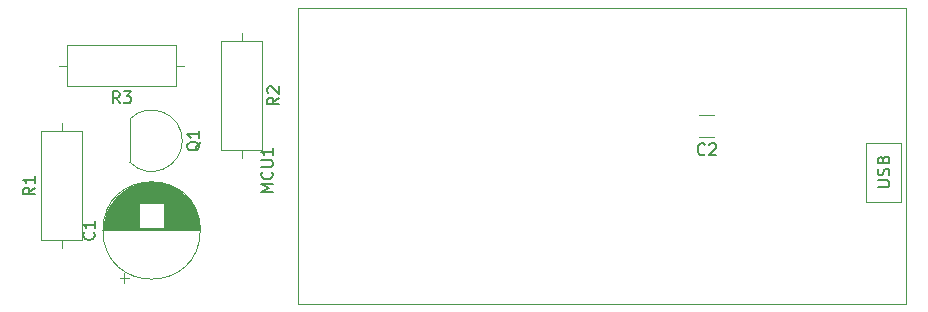
<source format=gbr>
%TF.GenerationSoftware,KiCad,Pcbnew,(6.0.9)*%
%TF.CreationDate,2022-11-22T09:39:27+01:00*%
%TF.ProjectId,esp32_ttgo_capaci.kicad_af,65737033-325f-4747-9467-6f5f63617061,rev?*%
%TF.SameCoordinates,Original*%
%TF.FileFunction,Legend,Top*%
%TF.FilePolarity,Positive*%
%FSLAX46Y46*%
G04 Gerber Fmt 4.6, Leading zero omitted, Abs format (unit mm)*
G04 Created by KiCad (PCBNEW (6.0.9)) date 2022-11-22 09:39:27*
%MOMM*%
%LPD*%
G01*
G04 APERTURE LIST*
%ADD10C,0.150000*%
%ADD11C,0.120000*%
G04 APERTURE END LIST*
D10*
%TO.C,R2*%
X59052380Y-28106666D02*
X58576190Y-28440000D01*
X59052380Y-28678095D02*
X58052380Y-28678095D01*
X58052380Y-28297142D01*
X58100000Y-28201904D01*
X58147619Y-28154285D01*
X58242857Y-28106666D01*
X58385714Y-28106666D01*
X58480952Y-28154285D01*
X58528571Y-28201904D01*
X58576190Y-28297142D01*
X58576190Y-28678095D01*
X58147619Y-27725714D02*
X58100000Y-27678095D01*
X58052380Y-27582857D01*
X58052380Y-27344761D01*
X58100000Y-27249523D01*
X58147619Y-27201904D01*
X58242857Y-27154285D01*
X58338095Y-27154285D01*
X58480952Y-27201904D01*
X59052380Y-27773333D01*
X59052380Y-27154285D01*
%TO.C,C1*%
X43367142Y-39516666D02*
X43414761Y-39564285D01*
X43462380Y-39707142D01*
X43462380Y-39802380D01*
X43414761Y-39945238D01*
X43319523Y-40040476D01*
X43224285Y-40088095D01*
X43033809Y-40135714D01*
X42890952Y-40135714D01*
X42700476Y-40088095D01*
X42605238Y-40040476D01*
X42510000Y-39945238D01*
X42462380Y-39802380D01*
X42462380Y-39707142D01*
X42510000Y-39564285D01*
X42557619Y-39516666D01*
X43462380Y-38564285D02*
X43462380Y-39135714D01*
X43462380Y-38850000D02*
X42462380Y-38850000D01*
X42605238Y-38945238D01*
X42700476Y-39040476D01*
X42748095Y-39135714D01*
%TO.C,Q1*%
X52367619Y-31845238D02*
X52320000Y-31940476D01*
X52224761Y-32035714D01*
X52081904Y-32178571D01*
X52034285Y-32273809D01*
X52034285Y-32369047D01*
X52272380Y-32321428D02*
X52224761Y-32416666D01*
X52129523Y-32511904D01*
X51939047Y-32559523D01*
X51605714Y-32559523D01*
X51415238Y-32511904D01*
X51320000Y-32416666D01*
X51272380Y-32321428D01*
X51272380Y-32130952D01*
X51320000Y-32035714D01*
X51415238Y-31940476D01*
X51605714Y-31892857D01*
X51939047Y-31892857D01*
X52129523Y-31940476D01*
X52224761Y-32035714D01*
X52272380Y-32130952D01*
X52272380Y-32321428D01*
X52272380Y-30940476D02*
X52272380Y-31511904D01*
X52272380Y-31226190D02*
X51272380Y-31226190D01*
X51415238Y-31321428D01*
X51510476Y-31416666D01*
X51558095Y-31511904D01*
%TO.C,R3*%
X45553333Y-28572380D02*
X45220000Y-28096190D01*
X44981904Y-28572380D02*
X44981904Y-27572380D01*
X45362857Y-27572380D01*
X45458095Y-27620000D01*
X45505714Y-27667619D01*
X45553333Y-27762857D01*
X45553333Y-27905714D01*
X45505714Y-28000952D01*
X45458095Y-28048571D01*
X45362857Y-28096190D01*
X44981904Y-28096190D01*
X45886666Y-27572380D02*
X46505714Y-27572380D01*
X46172380Y-27953333D01*
X46315238Y-27953333D01*
X46410476Y-28000952D01*
X46458095Y-28048571D01*
X46505714Y-28143809D01*
X46505714Y-28381904D01*
X46458095Y-28477142D01*
X46410476Y-28524761D01*
X46315238Y-28572380D01*
X46029523Y-28572380D01*
X45934285Y-28524761D01*
X45886666Y-28477142D01*
%TO.C,C2*%
X95103333Y-32887142D02*
X95055714Y-32934761D01*
X94912857Y-32982380D01*
X94817619Y-32982380D01*
X94674761Y-32934761D01*
X94579523Y-32839523D01*
X94531904Y-32744285D01*
X94484285Y-32553809D01*
X94484285Y-32410952D01*
X94531904Y-32220476D01*
X94579523Y-32125238D01*
X94674761Y-32030000D01*
X94817619Y-31982380D01*
X94912857Y-31982380D01*
X95055714Y-32030000D01*
X95103333Y-32077619D01*
X95484285Y-32077619D02*
X95531904Y-32030000D01*
X95627142Y-31982380D01*
X95865238Y-31982380D01*
X95960476Y-32030000D01*
X96008095Y-32077619D01*
X96055714Y-32172857D01*
X96055714Y-32268095D01*
X96008095Y-32410952D01*
X95436666Y-32982380D01*
X96055714Y-32982380D01*
%TO.C,MCU1*%
X58527380Y-36123333D02*
X57527380Y-36123333D01*
X58241666Y-35789999D01*
X57527380Y-35456666D01*
X58527380Y-35456666D01*
X58432142Y-34409047D02*
X58479761Y-34456666D01*
X58527380Y-34599523D01*
X58527380Y-34694761D01*
X58479761Y-34837619D01*
X58384523Y-34932857D01*
X58289285Y-34980476D01*
X58098809Y-35028095D01*
X57955952Y-35028095D01*
X57765476Y-34980476D01*
X57670238Y-34932857D01*
X57575000Y-34837619D01*
X57527380Y-34694761D01*
X57527380Y-34599523D01*
X57575000Y-34456666D01*
X57622619Y-34409047D01*
X57527380Y-33980476D02*
X58336904Y-33980476D01*
X58432142Y-33932857D01*
X58479761Y-33885238D01*
X58527380Y-33789999D01*
X58527380Y-33599523D01*
X58479761Y-33504285D01*
X58432142Y-33456666D01*
X58336904Y-33409047D01*
X57527380Y-33409047D01*
X58527380Y-32409047D02*
X58527380Y-32980476D01*
X58527380Y-32694761D02*
X57527380Y-32694761D01*
X57670238Y-32789999D01*
X57765476Y-32885238D01*
X57813095Y-32980476D01*
X109724380Y-35678904D02*
X110533904Y-35678904D01*
X110629142Y-35631285D01*
X110676761Y-35583666D01*
X110724380Y-35488428D01*
X110724380Y-35297952D01*
X110676761Y-35202714D01*
X110629142Y-35155095D01*
X110533904Y-35107476D01*
X109724380Y-35107476D01*
X110676761Y-34678904D02*
X110724380Y-34536047D01*
X110724380Y-34297952D01*
X110676761Y-34202714D01*
X110629142Y-34155095D01*
X110533904Y-34107476D01*
X110438666Y-34107476D01*
X110343428Y-34155095D01*
X110295809Y-34202714D01*
X110248190Y-34297952D01*
X110200571Y-34488428D01*
X110152952Y-34583666D01*
X110105333Y-34631285D01*
X110010095Y-34678904D01*
X109914857Y-34678904D01*
X109819619Y-34631285D01*
X109772000Y-34583666D01*
X109724380Y-34488428D01*
X109724380Y-34250333D01*
X109772000Y-34107476D01*
X110200571Y-33345571D02*
X110248190Y-33202714D01*
X110295809Y-33155095D01*
X110391047Y-33107476D01*
X110533904Y-33107476D01*
X110629142Y-33155095D01*
X110676761Y-33202714D01*
X110724380Y-33297952D01*
X110724380Y-33678904D01*
X109724380Y-33678904D01*
X109724380Y-33345571D01*
X109772000Y-33250333D01*
X109819619Y-33202714D01*
X109914857Y-33155095D01*
X110010095Y-33155095D01*
X110105333Y-33202714D01*
X110152952Y-33250333D01*
X110200571Y-33345571D01*
X110200571Y-33678904D01*
%TO.C,R1*%
X38372380Y-35726666D02*
X37896190Y-36060000D01*
X38372380Y-36298095D02*
X37372380Y-36298095D01*
X37372380Y-35917142D01*
X37420000Y-35821904D01*
X37467619Y-35774285D01*
X37562857Y-35726666D01*
X37705714Y-35726666D01*
X37800952Y-35774285D01*
X37848571Y-35821904D01*
X37896190Y-35917142D01*
X37896190Y-36298095D01*
X38372380Y-34774285D02*
X38372380Y-35345714D01*
X38372380Y-35060000D02*
X37372380Y-35060000D01*
X37515238Y-35155238D01*
X37610476Y-35250476D01*
X37658095Y-35345714D01*
D11*
%TO.C,R2*%
X54160000Y-32560000D02*
X57600000Y-32560000D01*
X55880000Y-22630000D02*
X55880000Y-23320000D01*
X57600000Y-23320000D02*
X54160000Y-23320000D01*
X54160000Y-23320000D02*
X54160000Y-32560000D01*
X57600000Y-32560000D02*
X57600000Y-23320000D01*
X55880000Y-33250000D02*
X55880000Y-32560000D01*
%TO.C,C1*%
X49300000Y-37509000D02*
X51907000Y-37509000D01*
X45315000Y-36509000D02*
X51205000Y-36509000D01*
X49300000Y-38509000D02*
X52254000Y-38509000D01*
X46296000Y-35749000D02*
X50224000Y-35749000D01*
X49300000Y-38950000D02*
X52321000Y-38950000D01*
X49300000Y-38469000D02*
X52245000Y-38469000D01*
X44324000Y-38269000D02*
X47220000Y-38269000D01*
X44195000Y-38990000D02*
X47220000Y-38990000D01*
X47727000Y-35269000D02*
X48793000Y-35269000D01*
X45241000Y-36589000D02*
X51279000Y-36589000D01*
X45136000Y-36709000D02*
X51384000Y-36709000D01*
X49300000Y-37589000D02*
X51946000Y-37589000D01*
X45010000Y-36869000D02*
X51510000Y-36869000D01*
X49300000Y-37309000D02*
X51800000Y-37309000D01*
X44791000Y-37189000D02*
X47220000Y-37189000D01*
X47162000Y-35389000D02*
X49358000Y-35389000D01*
X49300000Y-38149000D02*
X52162000Y-38149000D01*
X49300000Y-38429000D02*
X52236000Y-38429000D01*
X44951000Y-36949000D02*
X51569000Y-36949000D01*
X44218000Y-38790000D02*
X47220000Y-38790000D01*
X45170000Y-36669000D02*
X51350000Y-36669000D01*
X44293000Y-38389000D02*
X47220000Y-38389000D01*
X49300000Y-38229000D02*
X52185000Y-38229000D01*
X49300000Y-39070000D02*
X52331000Y-39070000D01*
X44556000Y-37629000D02*
X47220000Y-37629000D01*
X49300000Y-38269000D02*
X52196000Y-38269000D01*
X49300000Y-38629000D02*
X52277000Y-38629000D01*
X46529000Y-35629000D02*
X49991000Y-35629000D01*
X44346000Y-38189000D02*
X47220000Y-38189000D01*
X45393000Y-36429000D02*
X51127000Y-36429000D01*
X44720000Y-37309000D02*
X47220000Y-37309000D01*
X45656000Y-36189000D02*
X50864000Y-36189000D01*
X44868000Y-37069000D02*
X47220000Y-37069000D01*
X49300000Y-38670000D02*
X52284000Y-38670000D01*
X44633000Y-37469000D02*
X47220000Y-37469000D01*
X49300000Y-37229000D02*
X51753000Y-37229000D01*
X49300000Y-38389000D02*
X52227000Y-38389000D01*
X46094000Y-35869000D02*
X50426000Y-35869000D01*
X44383000Y-38069000D02*
X47220000Y-38069000D01*
X44425000Y-37949000D02*
X47220000Y-37949000D01*
X49300000Y-38910000D02*
X52317000Y-38910000D01*
X44284000Y-38429000D02*
X47220000Y-38429000D01*
X49300000Y-38790000D02*
X52302000Y-38790000D01*
X44192000Y-39030000D02*
X47220000Y-39030000D01*
X44223000Y-38750000D02*
X47220000Y-38750000D01*
X47312000Y-35349000D02*
X49208000Y-35349000D01*
X44250000Y-38589000D02*
X47220000Y-38589000D01*
X44180000Y-39270000D02*
X52340000Y-39270000D01*
X46914000Y-35469000D02*
X49606000Y-35469000D01*
X49300000Y-38710000D02*
X52290000Y-38710000D01*
X46615000Y-35589000D02*
X49905000Y-35589000D01*
X49300000Y-38109000D02*
X52149000Y-38109000D01*
X45609000Y-36229000D02*
X50911000Y-36229000D01*
X49300000Y-37749000D02*
X52017000Y-37749000D01*
X49300000Y-37429000D02*
X51866000Y-37429000D01*
X45071000Y-36789000D02*
X51449000Y-36789000D01*
X44594000Y-37549000D02*
X47220000Y-37549000D01*
X46226000Y-35789000D02*
X50294000Y-35789000D01*
X46158000Y-35829000D02*
X50362000Y-35829000D01*
X44313000Y-38309000D02*
X47220000Y-38309000D01*
X44895000Y-37029000D02*
X51625000Y-37029000D01*
X49300000Y-38309000D02*
X52207000Y-38309000D01*
X46807000Y-35509000D02*
X49713000Y-35509000D01*
X49300000Y-37789000D02*
X52034000Y-37789000D01*
X49300000Y-38549000D02*
X52262000Y-38549000D01*
X44397000Y-38029000D02*
X47220000Y-38029000D01*
X49300000Y-37869000D02*
X52065000Y-37869000D01*
X45806000Y-36069000D02*
X50714000Y-36069000D01*
X49300000Y-37189000D02*
X51729000Y-37189000D01*
X49300000Y-37709000D02*
X52000000Y-37709000D01*
X44180000Y-39350000D02*
X52340000Y-39350000D01*
X44698000Y-37349000D02*
X47220000Y-37349000D01*
X44767000Y-37229000D02*
X47220000Y-37229000D01*
X46032000Y-35909000D02*
X50488000Y-35909000D01*
X49300000Y-37669000D02*
X51982000Y-37669000D01*
X49300000Y-37349000D02*
X51822000Y-37349000D01*
X49300000Y-37149000D02*
X51704000Y-37149000D01*
X44486000Y-37789000D02*
X47220000Y-37789000D01*
X44180000Y-39310000D02*
X52340000Y-39310000D01*
X44303000Y-38349000D02*
X47220000Y-38349000D01*
X49300000Y-37989000D02*
X52110000Y-37989000D01*
X46447000Y-35669000D02*
X50073000Y-35669000D01*
X45434000Y-36389000D02*
X51086000Y-36389000D01*
X46708000Y-35549000D02*
X49812000Y-35549000D01*
X44980000Y-36909000D02*
X51540000Y-36909000D01*
X47492000Y-35309000D02*
X49028000Y-35309000D01*
X45755000Y-36109000D02*
X50765000Y-36109000D01*
X44613000Y-37509000D02*
X47220000Y-37509000D01*
X49300000Y-38349000D02*
X52217000Y-38349000D01*
X44203000Y-38910000D02*
X47220000Y-38910000D01*
X49300000Y-39030000D02*
X52328000Y-39030000D01*
X45476000Y-36349000D02*
X51044000Y-36349000D01*
X49300000Y-38830000D02*
X52308000Y-38830000D01*
X44503000Y-37749000D02*
X47220000Y-37749000D01*
X49300000Y-38750000D02*
X52297000Y-38750000D01*
X49300000Y-37909000D02*
X52081000Y-37909000D01*
X44743000Y-37269000D02*
X47220000Y-37269000D01*
X44212000Y-38830000D02*
X47220000Y-38830000D01*
X45277000Y-36549000D02*
X51243000Y-36549000D01*
X44275000Y-38469000D02*
X47220000Y-38469000D01*
X44538000Y-37669000D02*
X47220000Y-37669000D01*
X44816000Y-37149000D02*
X47220000Y-37149000D01*
X49300000Y-39110000D02*
X52334000Y-39110000D01*
X49300000Y-38589000D02*
X52270000Y-38589000D01*
X45205000Y-36629000D02*
X51315000Y-36629000D01*
X45704000Y-36149000D02*
X50816000Y-36149000D01*
X45563000Y-36269000D02*
X50957000Y-36269000D01*
X44181000Y-39230000D02*
X52339000Y-39230000D01*
X49300000Y-38870000D02*
X52312000Y-38870000D01*
X49300000Y-37829000D02*
X52050000Y-37829000D01*
X44455000Y-37869000D02*
X47220000Y-37869000D01*
X45545000Y-43359698D02*
X46345000Y-43359698D01*
X44371000Y-38109000D02*
X47220000Y-38109000D01*
X49300000Y-37549000D02*
X51926000Y-37549000D01*
X49300000Y-37469000D02*
X51887000Y-37469000D01*
X45973000Y-35949000D02*
X50547000Y-35949000D01*
X49300000Y-37389000D02*
X51844000Y-37389000D01*
X44258000Y-38549000D02*
X47220000Y-38549000D01*
X47031000Y-35429000D02*
X49489000Y-35429000D01*
X44199000Y-38950000D02*
X47220000Y-38950000D01*
X44183000Y-39190000D02*
X52337000Y-39190000D01*
X46370000Y-35709000D02*
X50150000Y-35709000D01*
X44189000Y-39070000D02*
X47220000Y-39070000D01*
X44358000Y-38149000D02*
X47220000Y-38149000D01*
X44470000Y-37829000D02*
X47220000Y-37829000D01*
X45353000Y-36469000D02*
X51167000Y-36469000D01*
X44842000Y-37109000D02*
X47220000Y-37109000D01*
X44184000Y-39150000D02*
X52336000Y-39150000D01*
X44208000Y-38870000D02*
X47220000Y-38870000D01*
X49300000Y-37949000D02*
X52095000Y-37949000D01*
X44335000Y-38229000D02*
X47220000Y-38229000D01*
X49300000Y-38029000D02*
X52123000Y-38029000D01*
X44266000Y-38509000D02*
X47220000Y-38509000D01*
X44439000Y-37909000D02*
X47220000Y-37909000D01*
X44410000Y-37989000D02*
X47220000Y-37989000D01*
X45519000Y-36309000D02*
X51001000Y-36309000D01*
X44520000Y-37709000D02*
X47220000Y-37709000D01*
X45915000Y-35989000D02*
X50605000Y-35989000D01*
X49300000Y-38990000D02*
X52325000Y-38990000D01*
X49300000Y-37069000D02*
X51652000Y-37069000D01*
X44676000Y-37389000D02*
X47220000Y-37389000D01*
X45104000Y-36749000D02*
X51416000Y-36749000D01*
X49300000Y-37109000D02*
X51678000Y-37109000D01*
X44186000Y-39110000D02*
X47220000Y-39110000D01*
X49300000Y-37629000D02*
X51964000Y-37629000D01*
X49300000Y-38069000D02*
X52137000Y-38069000D01*
X45945000Y-43759698D02*
X45945000Y-42959698D01*
X49300000Y-38189000D02*
X52174000Y-38189000D01*
X44922000Y-36989000D02*
X51598000Y-36989000D01*
X44236000Y-38670000D02*
X47220000Y-38670000D01*
X45040000Y-36829000D02*
X51480000Y-36829000D01*
X44230000Y-38710000D02*
X47220000Y-38710000D01*
X49300000Y-37269000D02*
X51777000Y-37269000D01*
X44654000Y-37429000D02*
X47220000Y-37429000D01*
X44574000Y-37589000D02*
X47220000Y-37589000D01*
X45860000Y-36029000D02*
X50660000Y-36029000D01*
X44243000Y-38629000D02*
X47220000Y-38629000D01*
X52380000Y-39350000D02*
G75*
G03*
X52380000Y-39350000I-4120000J0D01*
G01*
%TO.C,Q1*%
X46410000Y-29950000D02*
X46410000Y-33550000D01*
X50860001Y-31750000D02*
G75*
G03*
X46421522Y-29911522I-2600001J0D01*
G01*
X46421522Y-33588478D02*
G75*
G03*
X50860000Y-31750000I1838478J1838478D01*
G01*
%TO.C,R3*%
X50340000Y-23680000D02*
X41100000Y-23680000D01*
X40410000Y-25400000D02*
X41100000Y-25400000D01*
X41100000Y-23680000D02*
X41100000Y-27120000D01*
X51030000Y-25400000D02*
X50340000Y-25400000D01*
X50340000Y-27120000D02*
X50340000Y-23680000D01*
X41100000Y-27120000D02*
X50340000Y-27120000D01*
%TO.C,C2*%
X95899000Y-29560000D02*
X94641000Y-29560000D01*
X95899000Y-31400000D02*
X94641000Y-31400000D01*
%TO.C,MCU1*%
X111669000Y-36917000D02*
X108748000Y-36917000D01*
X108748000Y-36917000D02*
X108748000Y-31917000D01*
X108748000Y-31917000D02*
X111669000Y-31917000D01*
X111669000Y-31917000D02*
X111669000Y-36917000D01*
X60615000Y-45565000D02*
X112105000Y-45565000D01*
X112105000Y-45565000D02*
X112105000Y-20475000D01*
X112105000Y-20475000D02*
X60615000Y-20475000D01*
X60615000Y-20475000D02*
X60615000Y-45565000D01*
%TO.C,R1*%
X38920000Y-30940000D02*
X38920000Y-40180000D01*
X42360000Y-40180000D02*
X42360000Y-30940000D01*
X42360000Y-30940000D02*
X38920000Y-30940000D01*
X38920000Y-40180000D02*
X42360000Y-40180000D01*
X40640000Y-30250000D02*
X40640000Y-30940000D01*
X40640000Y-40870000D02*
X40640000Y-40180000D01*
%TD*%
M02*

</source>
